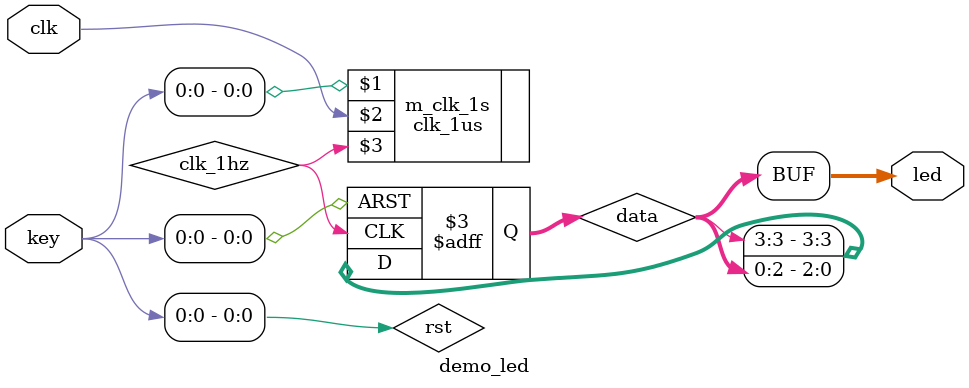
<source format=v>

/*
module demo_led
(
output led1,
output led2
);

assign led1=1'b0;
assign led2=1'b0;

endmodule

*/

// step 2: open all led1~led8
/*

module demo_led
(
output [0:7]led
);

assign led=8'b00000000;

endmodule
*/

// step 3: key ctrl led
/*
module demo_led
(
input		[0:3]key,
output 	[0:3]led
);

//assign led=key;h
or	uor_led0(led[0],key[0],key[1]);
or	uor_led1(led[1],key[2],key[3]);

endmodule
*/

// step 4: key ctrl led
/*
module demo_led
(
input		[0:3]key,
output reg	[0:3]led
);

//assign led=key;
//or	uor_led0(led[0],key[0],key[1]);
//or	uor_led1(led[1],key[2],key[3]);]

always 
	@(key[0]) begin
		led[0] = key[0];
	end

endmodule
*/

// step 5: key ctrl led blink
/*
module demo_led
(
input		[0:3]key,
output reg	[0:3]led
);

always 
	@(posedge key[0]) begin
		led[0] = ~led[0];
	end

always 
	@(posedge key[1]) begin
		led[1] = ~led[1];
	end
		
endmodule
*/

// step 5: key ctrl led blink
/*
module demo_led (clk, key, led);

input       clk;
input       [0:3]key;
output reg  [0:3]led;


parameter CLK_DIV_PERIOD = 12_000_000; // 1Hz

reg [24:0] cnt = 0;

always 
    @(posedge clk) begin
        if(cnt == (CLK_DIV_PERIOD - 1)) begin
            cnt = 0;
        end else begin
            cnt = cnt + 1;
        end

        if(cnt < (CLK_DIV_PERIOD>>1)) begin
            led[0] = 1;
        end else begin
            led[0] = 0;
        end
    end
        
endmodule
*/

/*
module clk_1ms (
input       clk_int,
output reg  clk_out);

parameter CLK_DIV_PERIOD = 120_000; // 100Hz

reg [24:0] cnt = 0;

always 
    @(posedge clk_int) begin
        if(cnt == (CLK_DIV_PERIOD - 1)) begin
            cnt <= 0;
        end else begin
            cnt <= cnt + 1;
        end

        if(cnt < (CLK_DIV_PERIOD>>1)) begin
            clk_out <= 1;
        end else begin
            clk_out <= 0;
        end
    end
endmodule


module key_filter (
input       key_in,
input       clk_1ms,
output reg  key_out);

parameter DELAY = 10;

reg key_last    = 1'b1;
reg key_now     = 1'b1;
reg [0:3]cnt    = 4'd0;
wire cnt_en;

assign cnt_en = (key_last == key_now)?1'b1:1'b0;

// 按键状态更新
always @(posedge clk_1ms) begin
    key_last <= key_now;
    key_now <= key_in;
    end

// 延时消抖
always @(posedge clk_1ms)
    if(cnt_en == 1'b1)
        if(cnt == (DELAY -1))
            key_out <= key_now;
        else
            cnt <= cnt + 4'd1;
    else
        cnt <= 4'b0;
endmodule

module demo_led (
input       clk,
input       [0:3]key,
output      [0:3]led);

wire clk_1ms;
wire [0:4]key_out;

clk_1ms(clk, clk_1ms);

key_filter(key[0], clk_1ms, key_out[0]);
key_filter(key[1], clk_1ms, key_out[1]);

assign led[0] = key_out[0];

endmodule

*/
/*
module clk_div #(parameter CLK_DIV_PERIOD = 4 ) (
input       clk_int,
output reg  clk_out);

reg [24:0] cnt = 0;

always 
    @(posedge clk_int) begin
        if(cnt == (CLK_DIV_PERIOD - 1)) begin
            cnt <= 0;
        end else begin
            cnt <= cnt + 1;
        end

        if(cnt < (CLK_DIV_PERIOD>>1)) begin
            clk_out <= 1;
        end else begin
            clk_out <= 0;
        end
    end
endmodule
*/

/*
module demo_led(input clk, output reg [0:3] led);

wire clk_1hz;

clk_1hz(clk, clk_1hz); // 得到1Hz时钟

reg [1:0] cnt = 0;

always @(posedge clk_1hz) begin
    case(cnt) 
        0: led <= 4'b0001;
        1: led <= 4'b0010;
        2: led <= 4'b0100;
        3: led <= 4'b1000;
        default: led <= led;
    endcase
    
    cnt = cnt + 1;
end
endmodule
*/
/*
module clk_div_1 (
input       clk_int,
output reg  clk_out);

parameter CLK_DIV_PERIOD = 4;

reg [24:0] cnt = 0;

always 
    @(posedge clk_int) begin
        if(cnt == (CLK_DIV_PERIOD - 1)) begin
            cnt <= 0;
        end else begin
            cnt <= cnt + 1;
        end

        if(cnt < (CLK_DIV_PERIOD>>1)) begin
            clk_out <= 1;
        end else begin
            clk_out <= 0;
        end
    end
endmodule
*/
module demo_led(input clk, input [0:3] key, output [0:3] led);

wire clk_1hz;
wire rst;
reg [0:3] data;

assign led = data;  // 数据输出到LED
assign rst = key[0];

clk_1us m_clk_1s(rst, clk, clk_1hz);

always @(posedge clk_1hz or negedge rst) begin
    if (rst == 0)
        data <= 4'b1110;    // 复位时加载初始值
    else
        data <= {data[3], data[0:2]}; // 数据循环
    end
    
endmodule

/*

always @(posedge clk_1hz or negedge rst) begin
    if(rst == 0)
        data <= 4'b1110;
    else
        data <= {data[1:3],data[0]};
    end
    
endmodule
*/
</source>
